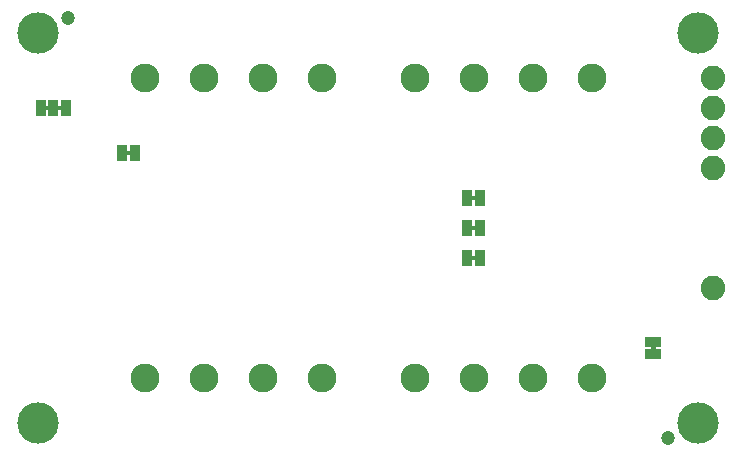
<source format=gbs>
G04 EAGLE Gerber RS-274X export*
G75*
%MOMM*%
%FSLAX34Y34*%
%LPD*%
%INSoldermask Bottom*%
%IPPOS*%
%AMOC8*
5,1,8,0,0,1.08239X$1,22.5*%
G01*
%ADD10C,3.505200*%
%ADD11R,0.863600X1.473200*%
%ADD12C,1.203200*%
%ADD13C,2.453200*%
%ADD14R,1.473200X0.863600*%
%ADD15C,2.082800*%

G36*
X547435Y86372D02*
X547435Y86372D01*
X547501Y86374D01*
X547544Y86392D01*
X547591Y86400D01*
X547648Y86434D01*
X547708Y86459D01*
X547743Y86490D01*
X547784Y86515D01*
X547826Y86566D01*
X547874Y86610D01*
X547896Y86652D01*
X547925Y86689D01*
X547946Y86751D01*
X547977Y86810D01*
X547985Y86864D01*
X547997Y86901D01*
X547996Y86941D01*
X548004Y86995D01*
X548004Y90805D01*
X547993Y90870D01*
X547991Y90936D01*
X547973Y90979D01*
X547965Y91026D01*
X547931Y91083D01*
X547906Y91143D01*
X547875Y91178D01*
X547850Y91219D01*
X547799Y91261D01*
X547755Y91309D01*
X547713Y91331D01*
X547676Y91360D01*
X547614Y91381D01*
X547555Y91412D01*
X547501Y91420D01*
X547464Y91432D01*
X547424Y91431D01*
X547370Y91439D01*
X544830Y91439D01*
X544765Y91428D01*
X544699Y91426D01*
X544656Y91408D01*
X544609Y91400D01*
X544552Y91366D01*
X544492Y91341D01*
X544457Y91310D01*
X544416Y91285D01*
X544375Y91234D01*
X544326Y91190D01*
X544304Y91148D01*
X544275Y91111D01*
X544254Y91049D01*
X544223Y90990D01*
X544215Y90936D01*
X544203Y90899D01*
X544203Y90895D01*
X544203Y90894D01*
X544204Y90859D01*
X544196Y90805D01*
X544196Y86995D01*
X544207Y86930D01*
X544209Y86864D01*
X544227Y86821D01*
X544235Y86774D01*
X544269Y86717D01*
X544294Y86657D01*
X544325Y86622D01*
X544350Y86581D01*
X544401Y86540D01*
X544445Y86491D01*
X544487Y86469D01*
X544524Y86440D01*
X544586Y86419D01*
X544645Y86388D01*
X544699Y86380D01*
X544736Y86368D01*
X544776Y86369D01*
X544830Y86361D01*
X547370Y86361D01*
X547435Y86372D01*
G37*
G36*
X103570Y252107D02*
X103570Y252107D01*
X103636Y252109D01*
X103679Y252127D01*
X103726Y252135D01*
X103783Y252169D01*
X103843Y252194D01*
X103878Y252225D01*
X103919Y252250D01*
X103961Y252301D01*
X104009Y252345D01*
X104031Y252387D01*
X104060Y252424D01*
X104081Y252486D01*
X104112Y252545D01*
X104120Y252599D01*
X104132Y252636D01*
X104131Y252676D01*
X104139Y252730D01*
X104139Y255270D01*
X104128Y255335D01*
X104126Y255401D01*
X104108Y255444D01*
X104100Y255491D01*
X104066Y255548D01*
X104041Y255608D01*
X104010Y255643D01*
X103985Y255684D01*
X103934Y255726D01*
X103890Y255774D01*
X103848Y255796D01*
X103811Y255825D01*
X103749Y255846D01*
X103690Y255877D01*
X103636Y255885D01*
X103599Y255897D01*
X103559Y255896D01*
X103505Y255904D01*
X99695Y255904D01*
X99630Y255893D01*
X99564Y255891D01*
X99521Y255873D01*
X99474Y255865D01*
X99417Y255831D01*
X99357Y255806D01*
X99322Y255775D01*
X99281Y255750D01*
X99240Y255699D01*
X99191Y255655D01*
X99169Y255613D01*
X99140Y255576D01*
X99119Y255514D01*
X99088Y255455D01*
X99080Y255401D01*
X99068Y255364D01*
X99068Y255361D01*
X99069Y255324D01*
X99061Y255270D01*
X99061Y252730D01*
X99072Y252665D01*
X99074Y252599D01*
X99092Y252556D01*
X99100Y252509D01*
X99134Y252452D01*
X99159Y252392D01*
X99190Y252357D01*
X99215Y252316D01*
X99266Y252275D01*
X99310Y252226D01*
X99352Y252204D01*
X99389Y252175D01*
X99451Y252154D01*
X99510Y252123D01*
X99564Y252115D01*
X99601Y252103D01*
X99641Y252104D01*
X99695Y252096D01*
X103505Y252096D01*
X103570Y252107D01*
G37*
G36*
X45150Y290207D02*
X45150Y290207D01*
X45216Y290209D01*
X45259Y290227D01*
X45306Y290235D01*
X45363Y290269D01*
X45423Y290294D01*
X45458Y290325D01*
X45499Y290350D01*
X45541Y290401D01*
X45589Y290445D01*
X45611Y290487D01*
X45640Y290524D01*
X45661Y290586D01*
X45692Y290645D01*
X45700Y290699D01*
X45712Y290736D01*
X45711Y290776D01*
X45719Y290830D01*
X45719Y293370D01*
X45708Y293435D01*
X45706Y293501D01*
X45688Y293544D01*
X45680Y293591D01*
X45646Y293648D01*
X45621Y293708D01*
X45590Y293743D01*
X45565Y293784D01*
X45514Y293826D01*
X45470Y293874D01*
X45428Y293896D01*
X45391Y293925D01*
X45329Y293946D01*
X45270Y293977D01*
X45216Y293985D01*
X45179Y293997D01*
X45139Y293996D01*
X45085Y294004D01*
X41275Y294004D01*
X41210Y293993D01*
X41144Y293991D01*
X41101Y293973D01*
X41054Y293965D01*
X40997Y293931D01*
X40937Y293906D01*
X40902Y293875D01*
X40861Y293850D01*
X40820Y293799D01*
X40771Y293755D01*
X40749Y293713D01*
X40720Y293676D01*
X40699Y293614D01*
X40668Y293555D01*
X40660Y293501D01*
X40648Y293464D01*
X40648Y293461D01*
X40649Y293424D01*
X40641Y293370D01*
X40641Y290830D01*
X40652Y290765D01*
X40654Y290699D01*
X40672Y290656D01*
X40680Y290609D01*
X40714Y290552D01*
X40739Y290492D01*
X40770Y290457D01*
X40795Y290416D01*
X40846Y290375D01*
X40890Y290326D01*
X40932Y290304D01*
X40969Y290275D01*
X41031Y290254D01*
X41090Y290223D01*
X41144Y290215D01*
X41181Y290203D01*
X41221Y290204D01*
X41275Y290196D01*
X45085Y290196D01*
X45150Y290207D01*
G37*
G36*
X34990Y290207D02*
X34990Y290207D01*
X35056Y290209D01*
X35099Y290227D01*
X35146Y290235D01*
X35203Y290269D01*
X35263Y290294D01*
X35298Y290325D01*
X35339Y290350D01*
X35381Y290401D01*
X35429Y290445D01*
X35451Y290487D01*
X35480Y290524D01*
X35501Y290586D01*
X35532Y290645D01*
X35540Y290699D01*
X35552Y290736D01*
X35551Y290776D01*
X35559Y290830D01*
X35559Y293370D01*
X35548Y293435D01*
X35546Y293501D01*
X35528Y293544D01*
X35520Y293591D01*
X35486Y293648D01*
X35461Y293708D01*
X35430Y293743D01*
X35405Y293784D01*
X35354Y293826D01*
X35310Y293874D01*
X35268Y293896D01*
X35231Y293925D01*
X35169Y293946D01*
X35110Y293977D01*
X35056Y293985D01*
X35019Y293997D01*
X34979Y293996D01*
X34925Y294004D01*
X31115Y294004D01*
X31050Y293993D01*
X30984Y293991D01*
X30941Y293973D01*
X30894Y293965D01*
X30837Y293931D01*
X30777Y293906D01*
X30742Y293875D01*
X30701Y293850D01*
X30660Y293799D01*
X30611Y293755D01*
X30589Y293713D01*
X30560Y293676D01*
X30539Y293614D01*
X30508Y293555D01*
X30500Y293501D01*
X30488Y293464D01*
X30488Y293461D01*
X30489Y293424D01*
X30481Y293370D01*
X30481Y290830D01*
X30492Y290765D01*
X30494Y290699D01*
X30512Y290656D01*
X30520Y290609D01*
X30554Y290552D01*
X30579Y290492D01*
X30610Y290457D01*
X30635Y290416D01*
X30686Y290375D01*
X30730Y290326D01*
X30772Y290304D01*
X30809Y290275D01*
X30871Y290254D01*
X30930Y290223D01*
X30984Y290215D01*
X31021Y290203D01*
X31061Y290204D01*
X31115Y290196D01*
X34925Y290196D01*
X34990Y290207D01*
G37*
G36*
X395670Y214007D02*
X395670Y214007D01*
X395736Y214009D01*
X395779Y214027D01*
X395826Y214035D01*
X395883Y214069D01*
X395943Y214094D01*
X395978Y214125D01*
X396019Y214150D01*
X396061Y214201D01*
X396109Y214245D01*
X396131Y214287D01*
X396160Y214324D01*
X396181Y214386D01*
X396212Y214445D01*
X396220Y214499D01*
X396232Y214536D01*
X396231Y214576D01*
X396239Y214630D01*
X396239Y217170D01*
X396228Y217235D01*
X396226Y217301D01*
X396208Y217344D01*
X396200Y217391D01*
X396166Y217448D01*
X396141Y217508D01*
X396110Y217543D01*
X396085Y217584D01*
X396034Y217626D01*
X395990Y217674D01*
X395948Y217696D01*
X395911Y217725D01*
X395849Y217746D01*
X395790Y217777D01*
X395736Y217785D01*
X395699Y217797D01*
X395659Y217796D01*
X395605Y217804D01*
X391795Y217804D01*
X391730Y217793D01*
X391664Y217791D01*
X391621Y217773D01*
X391574Y217765D01*
X391517Y217731D01*
X391457Y217706D01*
X391422Y217675D01*
X391381Y217650D01*
X391340Y217599D01*
X391291Y217555D01*
X391269Y217513D01*
X391240Y217476D01*
X391219Y217414D01*
X391188Y217355D01*
X391180Y217301D01*
X391168Y217264D01*
X391168Y217261D01*
X391169Y217224D01*
X391161Y217170D01*
X391161Y214630D01*
X391172Y214565D01*
X391174Y214499D01*
X391192Y214456D01*
X391200Y214409D01*
X391234Y214352D01*
X391259Y214292D01*
X391290Y214257D01*
X391315Y214216D01*
X391366Y214175D01*
X391410Y214126D01*
X391452Y214104D01*
X391489Y214075D01*
X391551Y214054D01*
X391610Y214023D01*
X391664Y214015D01*
X391701Y214003D01*
X391741Y214004D01*
X391795Y213996D01*
X395605Y213996D01*
X395670Y214007D01*
G37*
G36*
X395670Y188607D02*
X395670Y188607D01*
X395736Y188609D01*
X395779Y188627D01*
X395826Y188635D01*
X395883Y188669D01*
X395943Y188694D01*
X395978Y188725D01*
X396019Y188750D01*
X396061Y188801D01*
X396109Y188845D01*
X396131Y188887D01*
X396160Y188924D01*
X396181Y188986D01*
X396212Y189045D01*
X396220Y189099D01*
X396232Y189136D01*
X396231Y189176D01*
X396239Y189230D01*
X396239Y191770D01*
X396228Y191835D01*
X396226Y191901D01*
X396208Y191944D01*
X396200Y191991D01*
X396166Y192048D01*
X396141Y192108D01*
X396110Y192143D01*
X396085Y192184D01*
X396034Y192226D01*
X395990Y192274D01*
X395948Y192296D01*
X395911Y192325D01*
X395849Y192346D01*
X395790Y192377D01*
X395736Y192385D01*
X395699Y192397D01*
X395659Y192396D01*
X395605Y192404D01*
X391795Y192404D01*
X391730Y192393D01*
X391664Y192391D01*
X391621Y192373D01*
X391574Y192365D01*
X391517Y192331D01*
X391457Y192306D01*
X391422Y192275D01*
X391381Y192250D01*
X391340Y192199D01*
X391291Y192155D01*
X391269Y192113D01*
X391240Y192076D01*
X391219Y192014D01*
X391188Y191955D01*
X391180Y191901D01*
X391168Y191864D01*
X391168Y191861D01*
X391169Y191824D01*
X391161Y191770D01*
X391161Y189230D01*
X391172Y189165D01*
X391174Y189099D01*
X391192Y189056D01*
X391200Y189009D01*
X391234Y188952D01*
X391259Y188892D01*
X391290Y188857D01*
X391315Y188816D01*
X391366Y188775D01*
X391410Y188726D01*
X391452Y188704D01*
X391489Y188675D01*
X391551Y188654D01*
X391610Y188623D01*
X391664Y188615D01*
X391701Y188603D01*
X391741Y188604D01*
X391795Y188596D01*
X395605Y188596D01*
X395670Y188607D01*
G37*
G36*
X395670Y163207D02*
X395670Y163207D01*
X395736Y163209D01*
X395779Y163227D01*
X395826Y163235D01*
X395883Y163269D01*
X395943Y163294D01*
X395978Y163325D01*
X396019Y163350D01*
X396061Y163401D01*
X396109Y163445D01*
X396131Y163487D01*
X396160Y163524D01*
X396181Y163586D01*
X396212Y163645D01*
X396220Y163699D01*
X396232Y163736D01*
X396231Y163776D01*
X396239Y163830D01*
X396239Y166370D01*
X396228Y166435D01*
X396226Y166501D01*
X396208Y166544D01*
X396200Y166591D01*
X396166Y166648D01*
X396141Y166708D01*
X396110Y166743D01*
X396085Y166784D01*
X396034Y166826D01*
X395990Y166874D01*
X395948Y166896D01*
X395911Y166925D01*
X395849Y166946D01*
X395790Y166977D01*
X395736Y166985D01*
X395699Y166997D01*
X395659Y166996D01*
X395605Y167004D01*
X391795Y167004D01*
X391730Y166993D01*
X391664Y166991D01*
X391621Y166973D01*
X391574Y166965D01*
X391517Y166931D01*
X391457Y166906D01*
X391422Y166875D01*
X391381Y166850D01*
X391340Y166799D01*
X391291Y166755D01*
X391269Y166713D01*
X391240Y166676D01*
X391219Y166614D01*
X391188Y166555D01*
X391180Y166501D01*
X391168Y166464D01*
X391168Y166461D01*
X391169Y166424D01*
X391161Y166370D01*
X391161Y163830D01*
X391172Y163765D01*
X391174Y163699D01*
X391192Y163656D01*
X391200Y163609D01*
X391234Y163552D01*
X391259Y163492D01*
X391290Y163457D01*
X391315Y163416D01*
X391366Y163375D01*
X391410Y163326D01*
X391452Y163304D01*
X391489Y163275D01*
X391551Y163254D01*
X391610Y163223D01*
X391664Y163215D01*
X391701Y163203D01*
X391741Y163204D01*
X391795Y163196D01*
X395605Y163196D01*
X395670Y163207D01*
G37*
D10*
X25400Y25400D03*
X584200Y25400D03*
D11*
X48514Y292100D03*
X38100Y292100D03*
X27686Y292100D03*
D12*
X50800Y368300D03*
X558800Y12700D03*
D10*
X584200Y355600D03*
X25400Y355600D03*
D13*
X494100Y63500D03*
X444100Y63500D03*
X394100Y63500D03*
X344100Y63500D03*
X344100Y317500D03*
X394100Y317500D03*
X444100Y317500D03*
X494100Y317500D03*
D14*
X546100Y83693D03*
X546100Y94107D03*
D11*
X388493Y165100D03*
X398907Y165100D03*
X388493Y190500D03*
X398907Y190500D03*
X388493Y215900D03*
X398907Y215900D03*
X96393Y254000D03*
X106807Y254000D03*
D13*
X115500Y317500D03*
X165500Y317500D03*
X215500Y317500D03*
X265500Y317500D03*
X265500Y63500D03*
X215500Y63500D03*
X165500Y63500D03*
X115500Y63500D03*
D15*
X596900Y139700D03*
X596900Y241300D03*
X596900Y266700D03*
X596900Y292100D03*
X596900Y317500D03*
M02*

</source>
